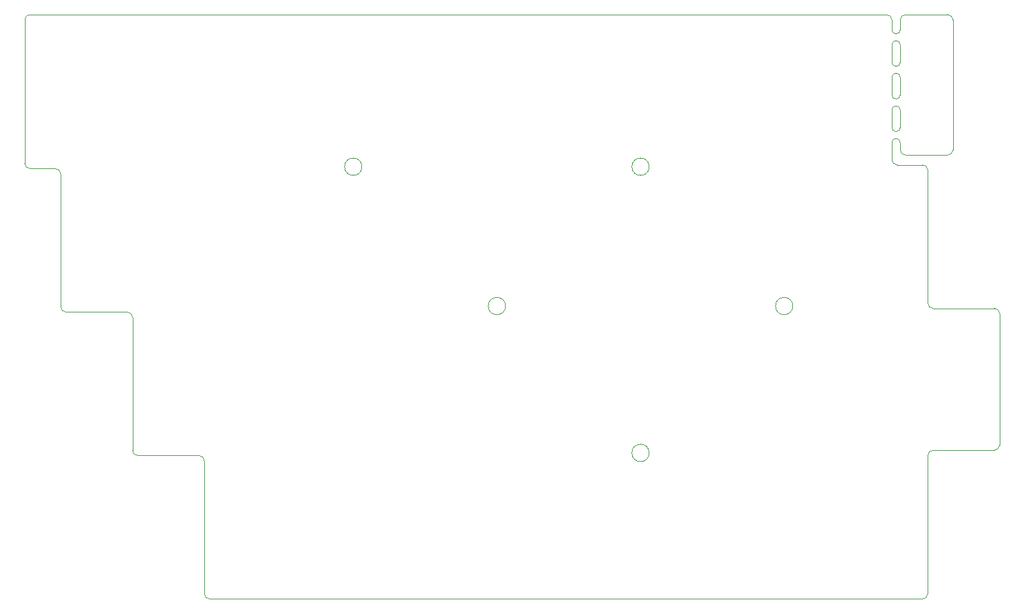
<source format=gm1>
G04 #@! TF.GenerationSoftware,KiCad,Pcbnew,(5.1.4)-1*
G04 #@! TF.CreationDate,2021-01-05T09:43:32-08:00*
G04 #@! TF.ProjectId,andante-classic,616e6461-6e74-4652-9d63-6c6173736963,rev?*
G04 #@! TF.SameCoordinates,Original*
G04 #@! TF.FileFunction,Profile,NP*
%FSLAX46Y46*%
G04 Gerber Fmt 4.6, Leading zero omitted, Abs format (unit mm)*
G04 Created by KiCad (PCBNEW (5.1.4)-1) date 2021-01-05 09:43:32*
%MOMM*%
%LPD*%
G04 APERTURE LIST*
%ADD10C,0.100000*%
G04 APERTURE END LIST*
D10*
X135047500Y-39283437D02*
G75*
G02X134347500Y-38583437I0J700000D01*
G01*
X135447500Y-21334999D02*
G75*
G02X134347500Y-21334997I-550000J0D01*
G01*
X134347500Y-27668331D02*
G75*
G02X135447500Y-27668333I550000J-2D01*
G01*
X147935000Y-77185000D02*
X139810000Y-77185000D01*
X134347500Y-30001664D02*
X134347500Y-27668331D01*
X32934999Y-58835000D02*
X24809999Y-58835000D01*
X121210000Y-58035000D02*
G75*
G03X121210000Y-58035000I-1150000J0D01*
G01*
X83110000Y-58035000D02*
G75*
G03X83110000Y-58035000I-1150000J0D01*
G01*
X102160000Y-77535000D02*
G75*
G03X102160000Y-77535000I-1150000J0D01*
G01*
X102160000Y-39535000D02*
G75*
G03X102160000Y-39535000I-1150000J0D01*
G01*
X134347500Y-23334996D02*
G75*
G02X135447500Y-23335000I550000J-3D01*
G01*
X139810000Y-58333437D02*
G75*
G02X139110000Y-57633437I0J700000D01*
G01*
X134347500Y-36334997D02*
X134347500Y-38583437D01*
X147935000Y-58333437D02*
G75*
G02X148635000Y-59033437I0J-700000D01*
G01*
X138409999Y-39283436D02*
G75*
G02X139110000Y-39983437I0J-700001D01*
G01*
X135447500Y-23335000D02*
X135447500Y-25668333D01*
X142447499Y-37284999D02*
G75*
G02X141747500Y-37985000I-700000J-1D01*
G01*
X142447500Y-20035000D02*
X142447500Y-37285000D01*
X139110000Y-77885000D02*
G75*
G02X139810000Y-77185000I700000J0D01*
G01*
X20047500Y-19335001D02*
X133647500Y-19335001D01*
X139110000Y-39983437D02*
X139110000Y-57633437D01*
X136147500Y-19335001D02*
X141747500Y-19335001D01*
X23409999Y-39785000D02*
G75*
G02X24109999Y-40485000I0J-700000D01*
G01*
X20047500Y-39785000D02*
G75*
G02X19347500Y-39085000I0J700000D01*
G01*
X134347500Y-25668331D02*
X134347500Y-23334997D01*
X135447500Y-25668333D02*
G75*
G02X134347500Y-25668331I-550000J0D01*
G01*
X135447500Y-27668333D02*
X135447500Y-30001666D01*
X148635000Y-59033437D02*
X148635000Y-76485000D01*
X19347501Y-20035000D02*
G75*
G02X20047500Y-19335001I699999J0D01*
G01*
X134347500Y-34334997D02*
X134347500Y-32001664D01*
X135447500Y-32001666D02*
X135447500Y-34334999D01*
X42460000Y-77885000D02*
X34334999Y-77885000D01*
X34335000Y-77884999D02*
G75*
G02X33634999Y-77185000I-1J700000D01*
G01*
X135447499Y-37285000D02*
X135447500Y-36335000D01*
X42460000Y-77885000D02*
G75*
G02X43160000Y-78585000I0J-700000D01*
G01*
X134347500Y-32001664D02*
G75*
G02X135447500Y-32001666I550000J-2D01*
G01*
X139110000Y-96235000D02*
G75*
G02X138410000Y-96935000I-700000J0D01*
G01*
X135447500Y-34334999D02*
G75*
G02X134347500Y-34334997I-550000J0D01*
G01*
X138410000Y-96935000D02*
X43860000Y-96935000D01*
X139110000Y-77885000D02*
X139110000Y-96235000D01*
X32934999Y-58835000D02*
G75*
G02X33634999Y-59535000I0J-700000D01*
G01*
X136147500Y-37985001D02*
G75*
G02X135447499Y-37285000I0J700001D01*
G01*
X135447501Y-20035000D02*
G75*
G02X136147500Y-19335001I699999J0D01*
G01*
X43860000Y-96935000D02*
G75*
G02X43160000Y-96235000I0J700000D01*
G01*
X19347500Y-39085000D02*
X19347501Y-20035000D01*
X141747500Y-19335000D02*
G75*
G02X142447500Y-20035000I0J-700000D01*
G01*
X24109999Y-58135000D02*
X24109999Y-40485000D01*
X24809999Y-58835000D02*
G75*
G02X24109999Y-58135000I0J700000D01*
G01*
X148635000Y-76485000D02*
G75*
G02X147935000Y-77185000I-700000J0D01*
G01*
X43160000Y-96235000D02*
X43160000Y-78585000D01*
X135047500Y-39283437D02*
X138410000Y-39283437D01*
X134347500Y-20035000D02*
X134347500Y-21334997D01*
X23409999Y-39785000D02*
X20047500Y-39785000D01*
X64060000Y-39535000D02*
G75*
G03X64060000Y-39535000I-1150000J0D01*
G01*
X134347500Y-36334996D02*
G75*
G02X135447500Y-36335000I550000J-3D01*
G01*
X135447500Y-21334999D02*
X135447500Y-20035000D01*
X133647500Y-19335000D02*
G75*
G02X134347500Y-20035000I0J-700000D01*
G01*
X139810000Y-58333437D02*
X147935000Y-58333437D01*
X135447500Y-30001666D02*
G75*
G02X134347500Y-30001664I-550000J0D01*
G01*
X33634999Y-77185000D02*
X33634999Y-59535000D01*
X141747500Y-37985000D02*
X136147500Y-37985000D01*
M02*

</source>
